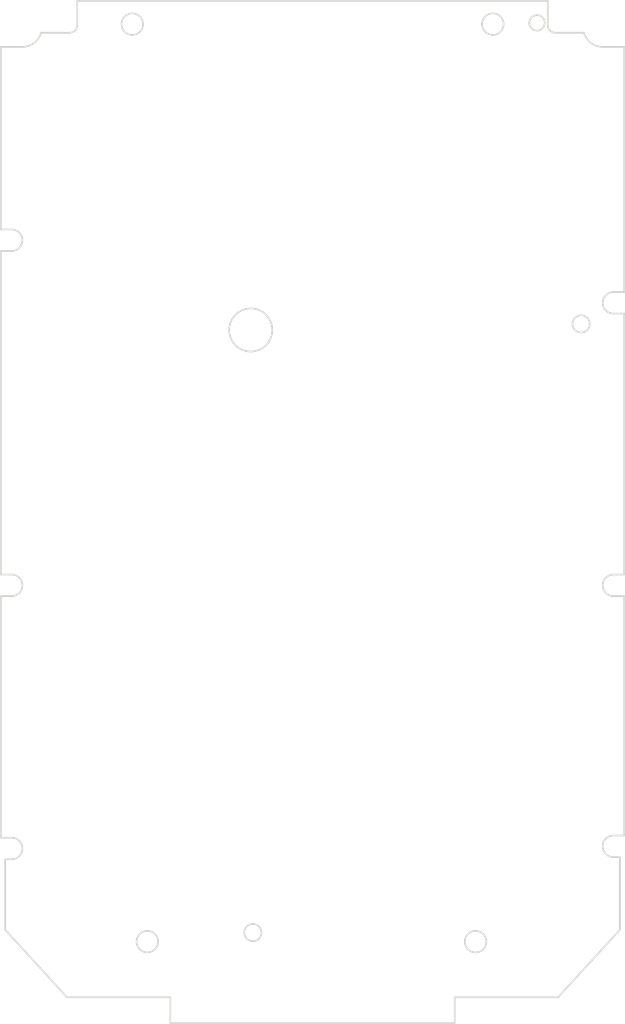
<source format=kicad_pcb>
(kicad_pcb (version 20171130) (host pcbnew "(5.1.10)-1")

  (general
    (thickness 1.6)
    (drawings 52)
    (tracks 0)
    (zones 0)
    (modules 0)
    (nets 1)
  )

  (page A4)
  (layers
    (0 F.Cu signal)
    (31 B.Cu signal)
    (32 B.Adhes user)
    (33 F.Adhes user)
    (34 B.Paste user)
    (35 F.Paste user)
    (36 B.SilkS user)
    (37 F.SilkS user)
    (38 B.Mask user)
    (39 F.Mask user)
    (40 Dwgs.User user)
    (41 Cmts.User user)
    (42 Eco1.User user)
    (43 Eco2.User user)
    (44 Edge.Cuts user)
    (45 Margin user)
    (46 B.CrtYd user)
    (47 F.CrtYd user)
    (48 B.Fab user)
    (49 F.Fab user)
  )

  (setup
    (last_trace_width 0.25)
    (trace_clearance 0.2)
    (zone_clearance 0.508)
    (zone_45_only no)
    (trace_min 0.2)
    (via_size 0.8)
    (via_drill 0.4)
    (via_min_size 0.4)
    (via_min_drill 0.3)
    (uvia_size 0.3)
    (uvia_drill 0.1)
    (uvias_allowed no)
    (uvia_min_size 0.2)
    (uvia_min_drill 0.1)
    (edge_width 0.05)
    (segment_width 0.2)
    (pcb_text_width 0.3)
    (pcb_text_size 1.5 1.5)
    (mod_edge_width 0.12)
    (mod_text_size 1 1)
    (mod_text_width 0.15)
    (pad_size 1.524 1.524)
    (pad_drill 0.762)
    (pad_to_mask_clearance 0)
    (aux_axis_origin 0 0)
    (visible_elements 7FFFFFFF)
    (pcbplotparams
      (layerselection 0x010fc_ffffffff)
      (usegerberextensions false)
      (usegerberattributes true)
      (usegerberadvancedattributes true)
      (creategerberjobfile true)
      (excludeedgelayer true)
      (linewidth 0.100000)
      (plotframeref false)
      (viasonmask false)
      (mode 1)
      (useauxorigin false)
      (hpglpennumber 1)
      (hpglpenspeed 20)
      (hpglpendiameter 15.000000)
      (psnegative false)
      (psa4output false)
      (plotreference true)
      (plotvalue true)
      (plotinvisibletext false)
      (padsonsilk false)
      (subtractmaskfromsilk false)
      (outputformat 1)
      (mirror false)
      (drillshape 1)
      (scaleselection 1)
      (outputdirectory ""))
  )

  (net 0 "")

  (net_class Default "This is the default net class."
    (clearance 0.2)
    (trace_width 0.25)
    (via_dia 0.8)
    (via_drill 0.4)
    (uvia_dia 0.3)
    (uvia_drill 0.1)
  )

  (gr_circle (center 130.765 44.599997) (end 129.515 44.599997) (layer Edge.Cuts) (width 0.2))
  (gr_line (start 146.015 138.649998) (end 144.765 138.649998) (layer Edge.Cuts) (width 0.2))
  (gr_line (start 146.015 108.399997) (end 144.765 108.399997) (layer Edge.Cuts) (width 0.2))
  (gr_line (start 146.015 78.149997) (end 146.015 108.399997) (layer Edge.Cuts) (width 0.2))
  (gr_line (start 144.765 78.149997) (end 146.015 78.149997) (layer Edge.Cuts) (width 0.2))
  (gr_line (start 146.015 75.649997) (end 144.765 75.649997) (layer Edge.Cuts) (width 0.2))
  (gr_line (start 146.015 47.239756) (end 146.015 75.649997) (layer Edge.Cuts) (width 0.2))
  (gr_circle (center 128.765 150.949997) (end 127.515 150.949997) (layer Edge.Cuts) (width 0.2))
  (gr_line (start 146.015 110.899997) (end 146.015 138.649998) (layer Edge.Cuts) (width 0.2))
  (gr_line (start 143.54 47.239756) (end 146.015 47.239756) (layer Edge.Cuts) (width 0.2))
  (gr_line (start 145.515001 149.569859) (end 138.340001 157.399997) (layer Edge.Cuts) (width 0.2))
  (gr_arc (start 144.765 109.649997) (end 144.765 108.399997) (angle -180) (layer Edge.Cuts) (width 0.2))
  (gr_line (start 144.765 141.149998) (end 145.515 141.149998) (layer Edge.Cuts) (width 0.2))
  (gr_line (start 93.340001 160.399997) (end 93.340001 157.399997) (layer Edge.Cuts) (width 0.2))
  (gr_circle (center 141.015 79.349997) (end 140.015 79.349997) (layer Edge.Cuts) (width 0.2))
  (gr_line (start 126.340001 160.399997) (end 93.340001 160.399997) (layer Edge.Cuts) (width 0.2))
  (gr_line (start 126.340001 157.399997) (end 126.340001 160.399997) (layer Edge.Cuts) (width 0.2))
  (gr_arc (start 144.765 139.899998) (end 144.765 138.649998) (angle -180) (layer Edge.Cuts) (width 0.2))
  (gr_line (start 138.340001 157.399997) (end 126.340001 157.399997) (layer Edge.Cuts) (width 0.2))
  (gr_line (start 145.515 141.149998) (end 145.515001 149.569859) (layer Edge.Cuts) (width 0.2))
  (gr_line (start 144.765 110.899997) (end 146.015 110.899997) (layer Edge.Cuts) (width 0.2))
  (gr_circle (center 102.915002 149.899997) (end 101.915002 149.899997) (layer Edge.Cuts) (width 0.2))
  (gr_arc (start 144.765 76.899997) (end 144.765 75.649997) (angle -180) (layer Edge.Cuts) (width 0.2))
  (gr_arc (start 143.54 44.944048) (end 141.34 45.6) (angle -73.39752642) (layer Edge.Cuts) (width 0.2))
  (gr_line (start 138.04 45.6) (end 141.34 45.6) (layer Edge.Cuts) (width 0.2))
  (gr_arc (start 76.140002 44.944048) (end 76.140002 47.239756) (angle -73.39752642) (layer Edge.Cuts) (width 0.2))
  (gr_line (start 73.665001 68.399997) (end 73.665002 47.239756) (layer Edge.Cuts) (width 0.2))
  (gr_arc (start 74.915001 69.649997) (end 74.915001 70.899997) (angle -180) (layer Edge.Cuts) (width 0.2))
  (gr_line (start 73.665001 70.899997) (end 74.915001 70.899997) (layer Edge.Cuts) (width 0.2))
  (gr_arc (start 74.915001 109.649997) (end 74.915001 110.899997) (angle -180) (layer Edge.Cuts) (width 0.2))
  (gr_line (start 73.665001 108.399997) (end 73.665001 70.899997) (layer Edge.Cuts) (width 0.2))
  (gr_arc (start 74.915002 140.149997) (end 74.915002 141.399997) (angle -180) (layer Edge.Cuts) (width 0.2))
  (gr_line (start 74.915001 108.399997) (end 73.665001 108.399997) (layer Edge.Cuts) (width 0.2))
  (gr_line (start 73.665001 110.899997) (end 74.915001 110.899997) (layer Edge.Cuts) (width 0.2))
  (gr_line (start 73.665002 138.899997) (end 73.665001 110.899997) (layer Edge.Cuts) (width 0.2))
  (gr_line (start 74.165001 141.399997) (end 74.915002 141.399997) (layer Edge.Cuts) (width 0.2))
  (gr_line (start 81.340001 157.399997) (end 74.165001 149.569859) (layer Edge.Cuts) (width 0.2))
  (gr_line (start 73.665002 47.239756) (end 76.140002 47.239756) (layer Edge.Cuts) (width 0.2))
  (gr_line (start 82.540002 41.9) (end 137.14 41.9) (layer Edge.Cuts) (width 0.2))
  (gr_arc (start 138.04 44.7) (end 137.14 44.7) (angle -90) (layer Edge.Cuts) (width 0.2))
  (gr_line (start 137.14 41.9) (end 137.14 44.7) (layer Edge.Cuts) (width 0.2))
  (gr_line (start 93.340001 157.399997) (end 81.340001 157.399997) (layer Edge.Cuts) (width 0.2))
  (gr_line (start 74.915001 68.399997) (end 73.665001 68.399997) (layer Edge.Cuts) (width 0.2))
  (gr_line (start 82.540002 44.7) (end 82.540002 41.9) (layer Edge.Cuts) (width 0.2))
  (gr_arc (start 81.640002 44.7) (end 81.640002 45.6) (angle -90) (layer Edge.Cuts) (width 0.2))
  (gr_line (start 78.340002 45.6) (end 81.640002 45.6) (layer Edge.Cuts) (width 0.2))
  (gr_line (start 74.915001 138.899997) (end 73.665002 138.899997) (layer Edge.Cuts) (width 0.2))
  (gr_line (start 74.165001 149.569859) (end 74.165001 141.399997) (layer Edge.Cuts) (width 0.2))
  (gr_circle (center 88.915001 44.599997) (end 87.665001 44.599997) (layer Edge.Cuts) (width 0.2))
  (gr_circle (center 102.665002 80.049997) (end 100.165002 80.049997) (layer Edge.Cuts) (width 0.2))
  (gr_circle (center 90.665002 150.949997) (end 89.415002 150.949997) (layer Edge.Cuts) (width 0.2))
  (gr_circle (center 135.89 44.45) (end 134.99 44.45) (layer Edge.Cuts) (width 0.2))

)

</source>
